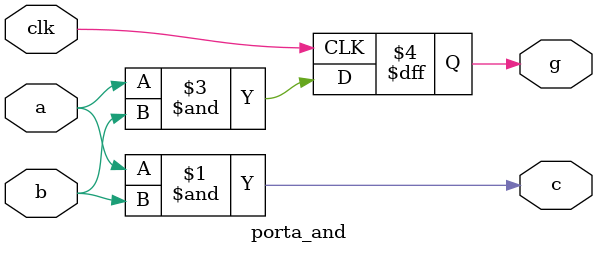
<source format=v>
module porta_and
(
	input a,b, clk,
	output c,
	output reg g
);

assign c = a&b;
always @ (posedge clk) g <= a&b;
endmodule 
</source>
